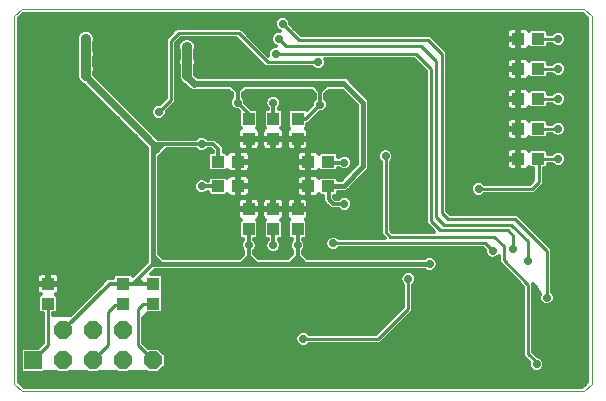
<source format=gbl>
G75*
%MOIN*%
%OFA0B0*%
%FSLAX25Y25*%
%IPPOS*%
%LPD*%
%AMOC8*
5,1,8,0,0,1.08239X$1,22.5*
%
%ADD10C,0.00000*%
%ADD11R,0.04331X0.03937*%
%ADD12R,0.03937X0.04331*%
%ADD13C,0.01200*%
%ADD14C,0.03562*%
%ADD15C,0.02775*%
%ADD16OC8,0.05906*%
%ADD17C,0.03200*%
%ADD18C,0.02400*%
%ADD19C,0.02000*%
%ADD20C,0.01600*%
%ADD21C,0.01400*%
%ADD22C,0.01000*%
%ADD23R,0.05906X0.05906*%
D10*
X0007850Y0004100D02*
X0005350Y0006600D01*
X0005350Y0129100D01*
X0007850Y0131600D01*
X0195350Y0131600D01*
X0197850Y0129100D01*
X0197850Y0006600D01*
X0195350Y0004100D01*
X0007850Y0004100D01*
D11*
X0016600Y0033254D03*
X0016600Y0039946D03*
X0041600Y0039946D03*
X0041600Y0033254D03*
X0051600Y0033254D03*
X0051600Y0039946D03*
X0073254Y0072538D03*
X0079946Y0072538D03*
X0079946Y0080663D03*
X0073254Y0080663D03*
X0103254Y0080663D03*
X0109946Y0080663D03*
X0109946Y0072538D03*
X0103254Y0072538D03*
X0173254Y0081600D03*
X0179946Y0081600D03*
X0179946Y0091600D03*
X0173254Y0091600D03*
X0173254Y0101600D03*
X0179946Y0101600D03*
X0179946Y0111600D03*
X0173254Y0111600D03*
X0173254Y0121600D03*
X0179946Y0121600D03*
D12*
X0099725Y0094946D03*
X0091600Y0094946D03*
X0083475Y0094946D03*
X0083475Y0088254D03*
X0091600Y0088254D03*
X0099725Y0088254D03*
X0099725Y0064946D03*
X0099725Y0058254D03*
X0091600Y0058254D03*
X0091600Y0064946D03*
X0083475Y0064946D03*
X0083475Y0058254D03*
D13*
X0083475Y0052850D01*
X0083475Y0047225D01*
X0082850Y0046600D01*
X0081518Y0047143D02*
X0085432Y0047143D01*
X0085975Y0046600D02*
X0083475Y0049100D01*
X0080975Y0046600D01*
X0085975Y0046600D01*
X0084233Y0048342D02*
X0082717Y0048342D01*
X0081370Y0049540D02*
X0053988Y0049540D01*
X0053678Y0049850D02*
X0053600Y0049928D01*
X0053600Y0082304D01*
X0056096Y0084800D01*
X0065991Y0084800D01*
X0066384Y0084407D01*
X0067335Y0084013D01*
X0068365Y0084013D01*
X0069316Y0084407D01*
X0069709Y0084800D01*
X0070854Y0084800D01*
X0071454Y0084201D01*
X0071454Y0083831D01*
X0070591Y0083831D01*
X0069888Y0083128D01*
X0069888Y0078197D01*
X0070591Y0077494D01*
X0075916Y0077494D01*
X0076366Y0077944D01*
X0076501Y0077712D01*
X0076799Y0077414D01*
X0077164Y0077203D01*
X0077570Y0077094D01*
X0079562Y0077094D01*
X0079562Y0080278D01*
X0080331Y0080278D01*
X0080331Y0081047D01*
X0083712Y0081047D01*
X0083712Y0082842D01*
X0083603Y0083249D01*
X0083392Y0083613D01*
X0083094Y0083911D01*
X0082729Y0084122D01*
X0082322Y0084231D01*
X0080331Y0084231D01*
X0080331Y0081047D01*
X0079562Y0081047D01*
X0079562Y0084231D01*
X0077570Y0084231D01*
X0077164Y0084122D01*
X0076799Y0083911D01*
X0076501Y0083613D01*
X0076366Y0083381D01*
X0075916Y0083831D01*
X0075054Y0083831D01*
X0075054Y0085692D01*
X0073999Y0086746D01*
X0073400Y0087346D01*
X0072346Y0088400D01*
X0069709Y0088400D01*
X0069316Y0088793D01*
X0068365Y0089187D01*
X0067335Y0089187D01*
X0066384Y0088793D01*
X0065991Y0088400D01*
X0053194Y0088400D01*
X0031900Y0109694D01*
X0031900Y0110570D01*
X0032081Y0111007D01*
X0032081Y0112193D01*
X0031900Y0112630D01*
X0031900Y0115570D01*
X0032081Y0116007D01*
X0032081Y0117193D01*
X0031900Y0117630D01*
X0031900Y0120570D01*
X0032081Y0121007D01*
X0032081Y0122193D01*
X0031627Y0123289D01*
X0030789Y0124127D01*
X0029693Y0124581D01*
X0028507Y0124581D01*
X0027411Y0124127D01*
X0026573Y0123289D01*
X0026119Y0122193D01*
X0026119Y0121007D01*
X0026300Y0120570D01*
X0026300Y0117630D01*
X0026119Y0117193D01*
X0026119Y0116007D01*
X0026300Y0115570D01*
X0026300Y0112630D01*
X0026119Y0112193D01*
X0026119Y0111007D01*
X0026300Y0110570D01*
X0026300Y0108543D01*
X0026726Y0107514D01*
X0027514Y0106726D01*
X0028480Y0106326D01*
X0049600Y0085206D01*
X0049600Y0047287D01*
X0044845Y0042532D01*
X0044262Y0043115D01*
X0038938Y0043115D01*
X0038235Y0042412D01*
X0038235Y0041846D01*
X0036347Y0041846D01*
X0024075Y0029575D01*
X0018300Y0029575D01*
X0018300Y0030085D01*
X0019262Y0030085D01*
X0019965Y0030788D01*
X0019965Y0035719D01*
X0019262Y0036422D01*
X0019140Y0036422D01*
X0019383Y0036487D01*
X0019748Y0036698D01*
X0020046Y0036996D01*
X0020256Y0037360D01*
X0020365Y0037767D01*
X0020365Y0039562D01*
X0016984Y0039562D01*
X0016984Y0040331D01*
X0016216Y0040331D01*
X0016216Y0043515D01*
X0014224Y0043515D01*
X0013817Y0043406D01*
X0013452Y0043195D01*
X0013154Y0042897D01*
X0012944Y0042533D01*
X0012835Y0042126D01*
X0012835Y0040331D01*
X0016216Y0040331D01*
X0016216Y0039562D01*
X0012835Y0039562D01*
X0012835Y0037767D01*
X0012944Y0037360D01*
X0013154Y0036996D01*
X0013452Y0036698D01*
X0013817Y0036487D01*
X0014060Y0036422D01*
X0013938Y0036422D01*
X0013235Y0035719D01*
X0013235Y0030788D01*
X0013938Y0030085D01*
X0014900Y0030085D01*
X0014900Y0020117D01*
X0013349Y0018565D01*
X0008150Y0018565D01*
X0007447Y0017862D01*
X0007447Y0010963D01*
X0008150Y0010260D01*
X0015050Y0010260D01*
X0015290Y0010500D01*
X0019640Y0010500D01*
X0019880Y0010260D01*
X0023320Y0010260D01*
X0023560Y0010500D01*
X0029640Y0010500D01*
X0029880Y0010260D01*
X0033320Y0010260D01*
X0033560Y0010500D01*
X0039640Y0010500D01*
X0039880Y0010260D01*
X0043320Y0010260D01*
X0043560Y0010500D01*
X0049640Y0010500D01*
X0049880Y0010260D01*
X0053320Y0010260D01*
X0055753Y0012692D01*
X0055753Y0016133D01*
X0053320Y0018565D01*
X0049880Y0018565D01*
X0049866Y0018551D01*
X0048300Y0020117D01*
X0048300Y0028619D01*
X0049766Y0030085D01*
X0054262Y0030085D01*
X0054965Y0030788D01*
X0054965Y0035719D01*
X0054887Y0035797D01*
X0054887Y0037403D01*
X0054965Y0037481D01*
X0054965Y0042412D01*
X0054262Y0043115D01*
X0050802Y0043115D01*
X0052287Y0044600D01*
X0142128Y0044600D01*
X0142322Y0044407D01*
X0143273Y0044013D01*
X0144302Y0044013D01*
X0145253Y0044407D01*
X0145981Y0045134D01*
X0146375Y0046085D01*
X0146375Y0047115D01*
X0145981Y0048066D01*
X0145253Y0048793D01*
X0144302Y0049187D01*
X0143273Y0049187D01*
X0142322Y0048793D01*
X0142128Y0048600D01*
X0102771Y0048600D01*
X0101525Y0049846D01*
X0101525Y0050991D01*
X0101918Y0051384D01*
X0102312Y0052335D01*
X0102312Y0053365D01*
X0101918Y0054316D01*
X0101525Y0054709D01*
X0101525Y0054888D01*
X0102191Y0054888D01*
X0102893Y0055591D01*
X0102893Y0060916D01*
X0102443Y0061366D01*
X0102676Y0061501D01*
X0102974Y0061799D01*
X0103184Y0062164D01*
X0103293Y0062570D01*
X0103293Y0064562D01*
X0100109Y0064562D01*
X0100109Y0065331D01*
X0099341Y0065331D01*
X0099341Y0068712D01*
X0097546Y0068712D01*
X0097139Y0068603D01*
X0096774Y0068392D01*
X0096476Y0068094D01*
X0096266Y0067729D01*
X0096156Y0067322D01*
X0096156Y0065331D01*
X0099341Y0065331D01*
X0099341Y0064562D01*
X0096156Y0064562D01*
X0096156Y0062570D01*
X0096266Y0062164D01*
X0096476Y0061799D01*
X0096774Y0061501D01*
X0097007Y0061366D01*
X0096556Y0060916D01*
X0096556Y0055591D01*
X0097259Y0054888D01*
X0097925Y0054888D01*
X0097925Y0054709D01*
X0097532Y0054316D01*
X0097138Y0053365D01*
X0097138Y0052335D01*
X0097532Y0051384D01*
X0097925Y0050991D01*
X0097925Y0049846D01*
X0096679Y0048600D01*
X0086521Y0048600D01*
X0085275Y0049846D01*
X0085275Y0050991D01*
X0085668Y0051384D01*
X0086062Y0052335D01*
X0086062Y0053365D01*
X0085668Y0054316D01*
X0085275Y0054709D01*
X0085275Y0054888D01*
X0085941Y0054888D01*
X0086643Y0055591D01*
X0086643Y0060916D01*
X0086193Y0061366D01*
X0086426Y0061501D01*
X0086724Y0061799D01*
X0086934Y0062164D01*
X0087043Y0062570D01*
X0087043Y0064562D01*
X0083859Y0064562D01*
X0083859Y0065331D01*
X0083091Y0065331D01*
X0083091Y0068712D01*
X0081296Y0068712D01*
X0080889Y0068603D01*
X0080524Y0068392D01*
X0080226Y0068094D01*
X0080016Y0067729D01*
X0079906Y0067322D01*
X0079906Y0065331D01*
X0083091Y0065331D01*
X0083091Y0064562D01*
X0079906Y0064562D01*
X0079906Y0062570D01*
X0080016Y0062164D01*
X0080226Y0061799D01*
X0080524Y0061501D01*
X0080757Y0061366D01*
X0080306Y0060916D01*
X0080306Y0055591D01*
X0081009Y0054888D01*
X0081675Y0054888D01*
X0081675Y0054709D01*
X0081282Y0054316D01*
X0080888Y0053365D01*
X0080888Y0052335D01*
X0081282Y0051384D01*
X0081675Y0050991D01*
X0081675Y0049846D01*
X0080429Y0048600D01*
X0054928Y0048600D01*
X0053678Y0049850D01*
X0053600Y0050739D02*
X0081675Y0050739D01*
X0081052Y0051937D02*
X0053600Y0051937D01*
X0053600Y0053136D02*
X0080888Y0053136D01*
X0081300Y0054334D02*
X0053600Y0054334D01*
X0053600Y0055533D02*
X0080365Y0055533D01*
X0080306Y0056732D02*
X0053600Y0056732D01*
X0053600Y0057930D02*
X0080306Y0057930D01*
X0080306Y0059129D02*
X0053600Y0059129D01*
X0053600Y0060327D02*
X0080306Y0060327D01*
X0080499Y0061526D02*
X0053600Y0061526D01*
X0053600Y0062724D02*
X0079906Y0062724D01*
X0079906Y0063923D02*
X0053600Y0063923D01*
X0053600Y0065121D02*
X0083091Y0065121D01*
X0083859Y0065121D02*
X0091216Y0065121D01*
X0091216Y0065331D02*
X0091216Y0064562D01*
X0088031Y0064562D01*
X0088031Y0062570D01*
X0088141Y0062164D01*
X0088351Y0061799D01*
X0088649Y0061501D01*
X0088882Y0061366D01*
X0088431Y0060916D01*
X0088431Y0055591D01*
X0089134Y0054888D01*
X0089800Y0054888D01*
X0089800Y0054709D01*
X0089407Y0054316D01*
X0089013Y0053365D01*
X0089013Y0052335D01*
X0089407Y0051384D01*
X0090134Y0050657D01*
X0091085Y0050263D01*
X0092115Y0050263D01*
X0093066Y0050657D01*
X0093793Y0051384D01*
X0094187Y0052335D01*
X0094187Y0053365D01*
X0093793Y0054316D01*
X0093400Y0054709D01*
X0093400Y0054888D01*
X0094066Y0054888D01*
X0094768Y0055591D01*
X0094768Y0060916D01*
X0094318Y0061366D01*
X0094551Y0061501D01*
X0094849Y0061799D01*
X0095059Y0062164D01*
X0095168Y0062570D01*
X0095168Y0064562D01*
X0091984Y0064562D01*
X0091984Y0065331D01*
X0091216Y0065331D01*
X0091216Y0068712D01*
X0089421Y0068712D01*
X0089014Y0068603D01*
X0088649Y0068392D01*
X0088351Y0068094D01*
X0088141Y0067729D01*
X0088031Y0067322D01*
X0088031Y0065331D01*
X0091216Y0065331D01*
X0091984Y0065331D02*
X0091984Y0068712D01*
X0093779Y0068712D01*
X0094186Y0068603D01*
X0094551Y0068392D01*
X0094849Y0068094D01*
X0095059Y0067729D01*
X0095168Y0067322D01*
X0095168Y0065331D01*
X0091984Y0065331D01*
X0091984Y0065121D02*
X0099341Y0065121D01*
X0100109Y0065121D02*
X0110533Y0065121D01*
X0110854Y0064800D02*
X0109292Y0066363D01*
X0108237Y0067417D01*
X0108237Y0069369D01*
X0107284Y0069369D01*
X0106834Y0069819D01*
X0106699Y0069587D01*
X0106401Y0069289D01*
X0106036Y0069078D01*
X0105630Y0068969D01*
X0103638Y0068969D01*
X0103638Y0072153D01*
X0102869Y0072153D01*
X0099488Y0072153D01*
X0099488Y0070358D01*
X0099597Y0069951D01*
X0099808Y0069587D01*
X0100106Y0069289D01*
X0100471Y0069078D01*
X0100878Y0068969D01*
X0102869Y0068969D01*
X0102869Y0072153D01*
X0102869Y0072922D01*
X0099488Y0072922D01*
X0099488Y0074717D01*
X0099597Y0075124D01*
X0099808Y0075488D01*
X0100106Y0075786D01*
X0100471Y0075997D01*
X0100878Y0076106D01*
X0102869Y0076106D01*
X0102869Y0072922D01*
X0103638Y0072922D01*
X0103638Y0076106D01*
X0105630Y0076106D01*
X0106036Y0075997D01*
X0106401Y0075786D01*
X0106699Y0075488D01*
X0106834Y0075256D01*
X0107284Y0075706D01*
X0112609Y0075706D01*
X0113312Y0075003D01*
X0113312Y0074537D01*
X0114209Y0074537D01*
X0119600Y0079928D01*
X0119600Y0099522D01*
X0114722Y0104400D01*
X0110071Y0104400D01*
X0109025Y0103354D01*
X0109025Y0101584D01*
X0109418Y0101191D01*
X0109812Y0100240D01*
X0109812Y0099210D01*
X0109418Y0098259D01*
X0108691Y0097532D01*
X0107740Y0097138D01*
X0107183Y0097138D01*
X0103192Y0093146D01*
X0102893Y0093146D01*
X0102893Y0092284D01*
X0102443Y0091834D01*
X0102676Y0091699D01*
X0102974Y0091401D01*
X0103184Y0091036D01*
X0103293Y0090630D01*
X0103293Y0088638D01*
X0100109Y0088638D01*
X0100109Y0087869D01*
X0100109Y0084488D01*
X0101904Y0084488D01*
X0102311Y0084597D01*
X0102676Y0084808D01*
X0102974Y0085106D01*
X0103184Y0085471D01*
X0103293Y0085878D01*
X0103293Y0087869D01*
X0100109Y0087869D01*
X0099341Y0087869D01*
X0099341Y0084488D01*
X0097546Y0084488D01*
X0097139Y0084597D01*
X0096774Y0084808D01*
X0096476Y0085106D01*
X0096266Y0085471D01*
X0096156Y0085878D01*
X0096156Y0087869D01*
X0099341Y0087869D01*
X0099341Y0088638D01*
X0096156Y0088638D01*
X0096156Y0090630D01*
X0096266Y0091036D01*
X0096476Y0091401D01*
X0096774Y0091699D01*
X0097007Y0091834D01*
X0096556Y0092284D01*
X0096556Y0097609D01*
X0097259Y0098312D01*
X0102191Y0098312D01*
X0102728Y0097774D01*
X0104638Y0099683D01*
X0104638Y0100240D01*
X0105032Y0101191D01*
X0105425Y0101584D01*
X0105425Y0103354D01*
X0104379Y0104400D01*
X0082571Y0104400D01*
X0081525Y0103354D01*
X0081525Y0102209D01*
X0081918Y0101816D01*
X0082312Y0100865D01*
X0082312Y0100308D01*
X0084309Y0098312D01*
X0085941Y0098312D01*
X0086643Y0097609D01*
X0086643Y0092284D01*
X0086193Y0091834D01*
X0086426Y0091699D01*
X0086724Y0091401D01*
X0086934Y0091036D01*
X0087043Y0090630D01*
X0087043Y0088638D01*
X0083859Y0088638D01*
X0083859Y0087869D01*
X0083859Y0084488D01*
X0085654Y0084488D01*
X0086061Y0084597D01*
X0086426Y0084808D01*
X0086724Y0085106D01*
X0086934Y0085471D01*
X0087043Y0085878D01*
X0087043Y0087869D01*
X0083859Y0087869D01*
X0083091Y0087869D01*
X0083091Y0084488D01*
X0081296Y0084488D01*
X0080889Y0084597D01*
X0080524Y0084808D01*
X0080226Y0085106D01*
X0080016Y0085471D01*
X0079906Y0085878D01*
X0079906Y0087869D01*
X0083091Y0087869D01*
X0083091Y0088638D01*
X0079906Y0088638D01*
X0079906Y0090630D01*
X0080016Y0091036D01*
X0080226Y0091401D01*
X0080524Y0091699D01*
X0080757Y0091834D01*
X0080306Y0092284D01*
X0080306Y0097223D01*
X0079767Y0097763D01*
X0079210Y0097763D01*
X0078259Y0098157D01*
X0077532Y0098884D01*
X0077138Y0099835D01*
X0077138Y0100865D01*
X0077532Y0101816D01*
X0077925Y0102209D01*
X0077925Y0103354D01*
X0076879Y0104400D01*
X0066310Y0104400D01*
X0065827Y0104200D01*
X0064873Y0104200D01*
X0063991Y0104565D01*
X0062230Y0106326D01*
X0061264Y0106726D01*
X0060476Y0107514D01*
X0060050Y0108543D01*
X0060050Y0112757D01*
X0059869Y0113195D01*
X0059869Y0114380D01*
X0060050Y0114818D01*
X0060050Y0117757D01*
X0059869Y0118195D01*
X0059869Y0119380D01*
X0060323Y0120476D01*
X0061161Y0121315D01*
X0062257Y0121769D01*
X0063443Y0121769D01*
X0064539Y0121315D01*
X0065377Y0120476D01*
X0065831Y0119380D01*
X0065831Y0118195D01*
X0065650Y0117757D01*
X0065650Y0114818D01*
X0065831Y0114380D01*
X0065831Y0113195D01*
X0065650Y0112757D01*
X0065650Y0109694D01*
X0066544Y0108800D01*
X0116261Y0108800D01*
X0117550Y0107511D01*
X0117550Y0107228D01*
X0122428Y0102350D01*
X0123600Y0101178D01*
X0123600Y0078272D01*
X0122428Y0077100D01*
X0122428Y0077100D01*
X0117037Y0071709D01*
X0115866Y0070538D01*
X0113312Y0070538D01*
X0113312Y0070072D01*
X0112609Y0069369D01*
X0111837Y0069369D01*
X0111837Y0068908D01*
X0112346Y0068400D01*
X0113491Y0068400D01*
X0113884Y0068793D01*
X0114835Y0069187D01*
X0115865Y0069187D01*
X0116816Y0068793D01*
X0117543Y0068066D01*
X0117937Y0067115D01*
X0117937Y0066085D01*
X0117543Y0065134D01*
X0116816Y0064407D01*
X0115865Y0064013D01*
X0114835Y0064013D01*
X0113884Y0064407D01*
X0113491Y0064800D01*
X0110854Y0064800D01*
X0109335Y0066320D02*
X0103293Y0066320D01*
X0103293Y0065331D02*
X0103293Y0067322D01*
X0103184Y0067729D01*
X0102974Y0068094D01*
X0102676Y0068392D01*
X0102311Y0068603D01*
X0101904Y0068712D01*
X0100109Y0068712D01*
X0100109Y0065331D01*
X0103293Y0065331D01*
X0103293Y0063923D02*
X0127400Y0063923D01*
X0127400Y0065121D02*
X0117530Y0065121D01*
X0117937Y0066320D02*
X0127400Y0066320D01*
X0127400Y0067518D02*
X0117770Y0067518D01*
X0116892Y0068717D02*
X0127400Y0068717D01*
X0127400Y0069915D02*
X0113155Y0069915D01*
X0113808Y0068717D02*
X0112029Y0068717D01*
X0110037Y0068163D02*
X0111600Y0066600D01*
X0115350Y0066600D01*
X0110037Y0068163D02*
X0110037Y0072446D01*
X0109946Y0072538D01*
X0113312Y0074709D02*
X0114381Y0074709D01*
X0115579Y0075908D02*
X0106191Y0075908D01*
X0106036Y0077203D02*
X0105630Y0077094D01*
X0103638Y0077094D01*
X0103638Y0080278D01*
X0102869Y0080278D01*
X0099488Y0080278D01*
X0099488Y0078483D01*
X0099597Y0078076D01*
X0099808Y0077712D01*
X0100106Y0077414D01*
X0100471Y0077203D01*
X0100878Y0077094D01*
X0102869Y0077094D01*
X0102869Y0080278D01*
X0102869Y0081047D01*
X0099488Y0081047D01*
X0099488Y0082842D01*
X0099597Y0083249D01*
X0099808Y0083613D01*
X0100106Y0083911D01*
X0100471Y0084122D01*
X0100878Y0084231D01*
X0102869Y0084231D01*
X0102869Y0081047D01*
X0103638Y0081047D01*
X0103638Y0084231D01*
X0105630Y0084231D01*
X0106036Y0084122D01*
X0106401Y0083911D01*
X0106699Y0083613D01*
X0106834Y0083381D01*
X0107284Y0083831D01*
X0112609Y0083831D01*
X0113312Y0083128D01*
X0113312Y0082150D01*
X0113491Y0082150D01*
X0113884Y0082543D01*
X0114835Y0082937D01*
X0115865Y0082937D01*
X0116816Y0082543D01*
X0117543Y0081816D01*
X0117937Y0080865D01*
X0117937Y0079835D01*
X0117543Y0078884D01*
X0116816Y0078157D01*
X0115865Y0077763D01*
X0114835Y0077763D01*
X0113884Y0078157D01*
X0113491Y0078550D01*
X0113312Y0078550D01*
X0113312Y0078197D01*
X0112609Y0077494D01*
X0107284Y0077494D01*
X0106834Y0077944D01*
X0106699Y0077712D01*
X0106401Y0077414D01*
X0106036Y0077203D01*
X0105675Y0077106D02*
X0116778Y0077106D01*
X0116964Y0078305D02*
X0117976Y0078305D01*
X0117800Y0079503D02*
X0119175Y0079503D01*
X0119600Y0080702D02*
X0117937Y0080702D01*
X0117459Y0081900D02*
X0119600Y0081900D01*
X0119600Y0083099D02*
X0113312Y0083099D01*
X0115350Y0080350D02*
X0110259Y0080350D01*
X0109946Y0080663D01*
X0113312Y0078305D02*
X0113736Y0078305D01*
X0118839Y0073511D02*
X0127400Y0073511D01*
X0127400Y0074709D02*
X0120038Y0074709D01*
X0121236Y0075908D02*
X0127400Y0075908D01*
X0127400Y0077106D02*
X0122435Y0077106D01*
X0123600Y0078305D02*
X0127400Y0078305D01*
X0127400Y0079503D02*
X0123600Y0079503D01*
X0123600Y0080702D02*
X0127245Y0080702D01*
X0127400Y0080546D02*
X0127400Y0056521D01*
X0128396Y0055525D01*
X0128746Y0055175D01*
X0113559Y0055175D01*
X0113066Y0055668D01*
X0112115Y0056062D01*
X0111085Y0056062D01*
X0110134Y0055668D01*
X0109407Y0054941D01*
X0109013Y0053990D01*
X0109013Y0052960D01*
X0109407Y0052009D01*
X0110134Y0051282D01*
X0111085Y0050888D01*
X0112115Y0050888D01*
X0113066Y0051282D01*
X0113559Y0051775D01*
X0161521Y0051775D01*
X0162138Y0051158D01*
X0162138Y0050460D01*
X0162532Y0049509D01*
X0163259Y0048782D01*
X0164210Y0048388D01*
X0165240Y0048388D01*
X0166191Y0048782D01*
X0166775Y0049366D01*
X0166775Y0047146D01*
X0167771Y0046150D01*
X0174900Y0039021D01*
X0174900Y0015896D01*
X0175896Y0014900D01*
X0176911Y0013885D01*
X0176825Y0013677D01*
X0176825Y0012648D01*
X0177219Y0011697D01*
X0177947Y0010969D01*
X0178898Y0010575D01*
X0179927Y0010575D01*
X0180878Y0010969D01*
X0181606Y0011697D01*
X0182000Y0012648D01*
X0182000Y0013677D01*
X0181606Y0014628D01*
X0180878Y0015356D01*
X0179927Y0015750D01*
X0179854Y0015750D01*
X0178300Y0017304D01*
X0178300Y0039990D01*
X0180597Y0036672D01*
X0180263Y0035865D01*
X0180263Y0034835D01*
X0180657Y0033884D01*
X0181384Y0033157D01*
X0182335Y0032763D01*
X0183365Y0032763D01*
X0184316Y0033157D01*
X0185043Y0033884D01*
X0185437Y0034835D01*
X0185437Y0035865D01*
X0185043Y0036816D01*
X0184550Y0037309D01*
X0184550Y0051679D01*
X0173925Y0062304D01*
X0172929Y0063300D01*
X0150429Y0063300D01*
X0149550Y0064179D01*
X0149550Y0117304D01*
X0148554Y0118300D01*
X0144862Y0121992D01*
X0143867Y0122987D01*
X0100742Y0122987D01*
X0097312Y0126417D01*
X0097312Y0127115D01*
X0096918Y0128066D01*
X0096191Y0128793D01*
X0095240Y0129187D01*
X0094210Y0129187D01*
X0093259Y0128793D01*
X0092532Y0128066D01*
X0092138Y0127115D01*
X0092138Y0126085D01*
X0092532Y0125134D01*
X0093259Y0124407D01*
X0093788Y0124187D01*
X0092960Y0124187D01*
X0092009Y0123793D01*
X0091282Y0123066D01*
X0090888Y0122115D01*
X0090888Y0121085D01*
X0091282Y0120134D01*
X0092009Y0119407D01*
X0092538Y0119187D01*
X0092023Y0119187D01*
X0091072Y0118793D01*
X0090344Y0118066D01*
X0089950Y0117115D01*
X0089950Y0116085D01*
X0090034Y0115883D01*
X0081737Y0124179D01*
X0080742Y0125175D01*
X0059333Y0125175D01*
X0058337Y0124179D01*
X0056833Y0122675D01*
X0055837Y0121679D01*
X0055837Y0101992D01*
X0053658Y0099812D01*
X0052960Y0099812D01*
X0052009Y0099418D01*
X0051282Y0098691D01*
X0050888Y0097740D01*
X0050888Y0096710D01*
X0051282Y0095759D01*
X0052009Y0095032D01*
X0052960Y0094638D01*
X0053990Y0094638D01*
X0054941Y0095032D01*
X0055668Y0095759D01*
X0056062Y0096710D01*
X0056062Y0097408D01*
X0058242Y0099587D01*
X0059237Y0100583D01*
X0059237Y0120271D01*
X0060742Y0121775D01*
X0079333Y0121775D01*
X0089021Y0112087D01*
X0104641Y0112087D01*
X0105134Y0111594D01*
X0106085Y0111200D01*
X0107115Y0111200D01*
X0108066Y0111594D01*
X0108793Y0112322D01*
X0109187Y0113273D01*
X0109187Y0114302D01*
X0108940Y0114900D01*
X0138396Y0114900D01*
X0142400Y0110896D01*
X0142400Y0060271D01*
X0145308Y0057362D01*
X0131367Y0057362D01*
X0130800Y0057929D01*
X0130800Y0080546D01*
X0131293Y0081040D01*
X0131687Y0081991D01*
X0131687Y0083020D01*
X0131293Y0083971D01*
X0130566Y0084699D01*
X0129615Y0085093D01*
X0128585Y0085093D01*
X0127634Y0084699D01*
X0126907Y0083971D01*
X0126513Y0083020D01*
X0126513Y0081991D01*
X0126907Y0081040D01*
X0127400Y0080546D01*
X0126550Y0081900D02*
X0123600Y0081900D01*
X0123600Y0083099D02*
X0126545Y0083099D01*
X0127233Y0084297D02*
X0123600Y0084297D01*
X0123600Y0085496D02*
X0142400Y0085496D01*
X0142400Y0086694D02*
X0123600Y0086694D01*
X0123600Y0087893D02*
X0142400Y0087893D01*
X0142400Y0089091D02*
X0123600Y0089091D01*
X0123600Y0090290D02*
X0142400Y0090290D01*
X0142400Y0091488D02*
X0123600Y0091488D01*
X0123600Y0092687D02*
X0142400Y0092687D01*
X0142400Y0093885D02*
X0123600Y0093885D01*
X0123600Y0095084D02*
X0142400Y0095084D01*
X0142400Y0096282D02*
X0123600Y0096282D01*
X0123600Y0097481D02*
X0142400Y0097481D01*
X0142400Y0098679D02*
X0123600Y0098679D01*
X0123600Y0099878D02*
X0142400Y0099878D01*
X0142400Y0101076D02*
X0123600Y0101076D01*
X0122503Y0102275D02*
X0142400Y0102275D01*
X0142400Y0103473D02*
X0121305Y0103473D01*
X0120106Y0104672D02*
X0142400Y0104672D01*
X0142400Y0105870D02*
X0118908Y0105870D01*
X0117709Y0107069D02*
X0142400Y0107069D01*
X0142400Y0108268D02*
X0116794Y0108268D01*
X0115648Y0103473D02*
X0109144Y0103473D01*
X0109025Y0102275D02*
X0116847Y0102275D01*
X0118045Y0101076D02*
X0109466Y0101076D01*
X0109812Y0099878D02*
X0119244Y0099878D01*
X0119600Y0098679D02*
X0109592Y0098679D01*
X0108568Y0097481D02*
X0119600Y0097481D01*
X0119600Y0096282D02*
X0106328Y0096282D01*
X0105129Y0095084D02*
X0119600Y0095084D01*
X0119600Y0093885D02*
X0103931Y0093885D01*
X0102893Y0092687D02*
X0119600Y0092687D01*
X0119600Y0091488D02*
X0102887Y0091488D01*
X0103293Y0090290D02*
X0119600Y0090290D01*
X0119600Y0089091D02*
X0103293Y0089091D01*
X0100109Y0087893D02*
X0119600Y0087893D01*
X0119600Y0086694D02*
X0103293Y0086694D01*
X0103191Y0085496D02*
X0119600Y0085496D01*
X0119600Y0084297D02*
X0075054Y0084297D01*
X0075054Y0085496D02*
X0080009Y0085496D01*
X0079906Y0086694D02*
X0074051Y0086694D01*
X0073999Y0086746D02*
X0073999Y0086746D01*
X0073400Y0087346D02*
X0073400Y0087346D01*
X0072853Y0087893D02*
X0083091Y0087893D01*
X0083859Y0087893D02*
X0091216Y0087893D01*
X0091216Y0087869D02*
X0088031Y0087869D01*
X0088031Y0085878D01*
X0088141Y0085471D01*
X0088351Y0085106D01*
X0088649Y0084808D01*
X0089014Y0084597D01*
X0089421Y0084488D01*
X0091216Y0084488D01*
X0091216Y0087869D01*
X0091984Y0087869D01*
X0091984Y0084488D01*
X0093779Y0084488D01*
X0094186Y0084597D01*
X0094551Y0084808D01*
X0094849Y0085106D01*
X0095059Y0085471D01*
X0095168Y0085878D01*
X0095168Y0087869D01*
X0091984Y0087869D01*
X0091984Y0088638D01*
X0095168Y0088638D01*
X0095168Y0090630D01*
X0095059Y0091036D01*
X0094849Y0091401D01*
X0094551Y0091699D01*
X0094318Y0091834D01*
X0094768Y0092284D01*
X0094768Y0097609D01*
X0094066Y0098312D01*
X0093400Y0098312D01*
X0093400Y0098491D01*
X0093793Y0098884D01*
X0094187Y0099835D01*
X0094187Y0100865D01*
X0093793Y0101816D01*
X0093066Y0102543D01*
X0092115Y0102937D01*
X0091085Y0102937D01*
X0090134Y0102543D01*
X0089407Y0101816D01*
X0089013Y0100865D01*
X0089013Y0099835D01*
X0089407Y0098884D01*
X0089800Y0098491D01*
X0089800Y0098312D01*
X0089134Y0098312D01*
X0088431Y0097609D01*
X0088431Y0092284D01*
X0088882Y0091834D01*
X0088649Y0091699D01*
X0088351Y0091401D01*
X0088141Y0091036D01*
X0088031Y0090630D01*
X0088031Y0088638D01*
X0091216Y0088638D01*
X0091216Y0087869D01*
X0091984Y0087893D02*
X0099341Y0087893D01*
X0099341Y0086694D02*
X0100109Y0086694D01*
X0100109Y0085496D02*
X0099341Y0085496D01*
X0099557Y0083099D02*
X0083643Y0083099D01*
X0083712Y0081900D02*
X0099488Y0081900D01*
X0099488Y0079503D02*
X0083712Y0079503D01*
X0083712Y0080278D02*
X0083712Y0078483D01*
X0083603Y0078076D01*
X0083392Y0077712D01*
X0083094Y0077414D01*
X0082729Y0077203D01*
X0082322Y0077094D01*
X0080331Y0077094D01*
X0080331Y0080278D01*
X0083712Y0080278D01*
X0083664Y0078305D02*
X0099536Y0078305D01*
X0100832Y0077106D02*
X0082368Y0077106D01*
X0082322Y0076106D02*
X0080331Y0076106D01*
X0080331Y0072922D01*
X0083712Y0072922D01*
X0083712Y0074717D01*
X0083603Y0075124D01*
X0083392Y0075488D01*
X0083094Y0075786D01*
X0082729Y0075997D01*
X0082322Y0076106D01*
X0082884Y0075908D02*
X0100316Y0075908D01*
X0099488Y0074709D02*
X0083712Y0074709D01*
X0083712Y0073511D02*
X0099488Y0073511D01*
X0099488Y0071114D02*
X0083712Y0071114D01*
X0083712Y0070358D02*
X0083712Y0072153D01*
X0080331Y0072153D01*
X0080331Y0072922D01*
X0079562Y0072922D01*
X0079562Y0076106D01*
X0077570Y0076106D01*
X0077164Y0075997D01*
X0076799Y0075786D01*
X0076501Y0075488D01*
X0076366Y0075256D01*
X0075916Y0075706D01*
X0070591Y0075706D01*
X0069888Y0075003D01*
X0069888Y0074337D01*
X0069709Y0074337D01*
X0069316Y0074731D01*
X0068365Y0075125D01*
X0067335Y0075125D01*
X0066384Y0074731D01*
X0065657Y0074003D01*
X0065263Y0073052D01*
X0065263Y0072023D01*
X0065657Y0071072D01*
X0066384Y0070344D01*
X0067335Y0069950D01*
X0068365Y0069950D01*
X0069316Y0070344D01*
X0069709Y0070738D01*
X0069888Y0070738D01*
X0069888Y0070072D01*
X0070591Y0069369D01*
X0075916Y0069369D01*
X0076366Y0069819D01*
X0076501Y0069587D01*
X0076799Y0069289D01*
X0077164Y0069078D01*
X0077570Y0068969D01*
X0079562Y0068969D01*
X0079562Y0072153D01*
X0080331Y0072153D01*
X0080331Y0068969D01*
X0082322Y0068969D01*
X0082729Y0069078D01*
X0083094Y0069289D01*
X0083392Y0069587D01*
X0083603Y0069951D01*
X0083712Y0070358D01*
X0083582Y0069915D02*
X0099618Y0069915D01*
X0102869Y0069915D02*
X0103638Y0069915D01*
X0103638Y0071114D02*
X0102869Y0071114D01*
X0102869Y0072312D02*
X0080331Y0072312D01*
X0080331Y0071114D02*
X0079562Y0071114D01*
X0079562Y0069915D02*
X0080331Y0069915D01*
X0079959Y0067518D02*
X0053600Y0067518D01*
X0053600Y0066320D02*
X0079906Y0066320D01*
X0083091Y0066320D02*
X0083859Y0066320D01*
X0083859Y0065331D02*
X0083859Y0068712D01*
X0085654Y0068712D01*
X0086061Y0068603D01*
X0086426Y0068392D01*
X0086724Y0068094D01*
X0086934Y0067729D01*
X0087043Y0067322D01*
X0087043Y0065331D01*
X0083859Y0065331D01*
X0083859Y0067518D02*
X0083091Y0067518D01*
X0086991Y0067518D02*
X0088084Y0067518D01*
X0088031Y0066320D02*
X0087043Y0066320D01*
X0087043Y0063923D02*
X0088031Y0063923D01*
X0088031Y0062724D02*
X0087043Y0062724D01*
X0086451Y0061526D02*
X0088624Y0061526D01*
X0088431Y0060327D02*
X0086643Y0060327D01*
X0086643Y0059129D02*
X0088431Y0059129D01*
X0088431Y0057930D02*
X0086643Y0057930D01*
X0086643Y0056732D02*
X0088431Y0056732D01*
X0088490Y0055533D02*
X0086585Y0055533D01*
X0085650Y0054334D02*
X0089425Y0054334D01*
X0089013Y0053136D02*
X0086062Y0053136D01*
X0085898Y0051937D02*
X0089177Y0051937D01*
X0090052Y0050739D02*
X0085275Y0050739D01*
X0085580Y0049540D02*
X0097620Y0049540D01*
X0097925Y0050739D02*
X0093148Y0050739D01*
X0094023Y0051937D02*
X0097302Y0051937D01*
X0097138Y0053136D02*
X0094187Y0053136D01*
X0093775Y0054334D02*
X0097550Y0054334D01*
X0096615Y0055533D02*
X0094710Y0055533D01*
X0094768Y0056732D02*
X0096556Y0056732D01*
X0096556Y0057930D02*
X0094768Y0057930D01*
X0094768Y0059129D02*
X0096556Y0059129D01*
X0096556Y0060327D02*
X0094768Y0060327D01*
X0094576Y0061526D02*
X0096749Y0061526D01*
X0096156Y0062724D02*
X0095168Y0062724D01*
X0095168Y0063923D02*
X0096156Y0063923D01*
X0096156Y0066320D02*
X0095168Y0066320D01*
X0095116Y0067518D02*
X0096209Y0067518D01*
X0099341Y0067518D02*
X0100109Y0067518D01*
X0100109Y0066320D02*
X0099341Y0066320D01*
X0103241Y0067518D02*
X0108237Y0067518D01*
X0108237Y0068717D02*
X0053600Y0068717D01*
X0053600Y0069915D02*
X0070045Y0069915D01*
X0067850Y0072538D02*
X0073254Y0072538D01*
X0069888Y0074709D02*
X0069337Y0074709D01*
X0066363Y0074709D02*
X0053600Y0074709D01*
X0053600Y0073511D02*
X0065453Y0073511D01*
X0065263Y0072312D02*
X0053600Y0072312D01*
X0053600Y0071114D02*
X0065639Y0071114D01*
X0069888Y0078305D02*
X0053600Y0078305D01*
X0053600Y0079503D02*
X0069888Y0079503D01*
X0069888Y0080702D02*
X0053600Y0080702D01*
X0053600Y0081900D02*
X0069888Y0081900D01*
X0069888Y0083099D02*
X0054394Y0083099D01*
X0055593Y0084297D02*
X0066648Y0084297D01*
X0069052Y0084297D02*
X0071357Y0084297D01*
X0073254Y0084946D02*
X0071600Y0086600D01*
X0067850Y0086600D01*
X0051600Y0086600D01*
X0055350Y0086600D01*
X0051600Y0082850D01*
X0051600Y0086600D01*
X0051600Y0085496D02*
X0054246Y0085496D01*
X0053047Y0084297D02*
X0051600Y0084297D01*
X0051600Y0083099D02*
X0051849Y0083099D01*
X0049600Y0083099D02*
X0006950Y0083099D01*
X0006950Y0084297D02*
X0049600Y0084297D01*
X0049310Y0085496D02*
X0006950Y0085496D01*
X0006950Y0086694D02*
X0048112Y0086694D01*
X0046913Y0087893D02*
X0006950Y0087893D01*
X0006950Y0089091D02*
X0045715Y0089091D01*
X0044516Y0090290D02*
X0006950Y0090290D01*
X0006950Y0091488D02*
X0043318Y0091488D01*
X0042119Y0092687D02*
X0006950Y0092687D01*
X0006950Y0093885D02*
X0040921Y0093885D01*
X0039722Y0095084D02*
X0006950Y0095084D01*
X0006950Y0096282D02*
X0038523Y0096282D01*
X0037325Y0097481D02*
X0006950Y0097481D01*
X0006950Y0098679D02*
X0036126Y0098679D01*
X0034928Y0099878D02*
X0006950Y0099878D01*
X0006950Y0101076D02*
X0033729Y0101076D01*
X0032531Y0102275D02*
X0006950Y0102275D01*
X0006950Y0103473D02*
X0031332Y0103473D01*
X0030134Y0104672D02*
X0006950Y0104672D01*
X0006950Y0105870D02*
X0028935Y0105870D01*
X0027171Y0107069D02*
X0006950Y0107069D01*
X0006950Y0108268D02*
X0026414Y0108268D01*
X0026300Y0109466D02*
X0006950Y0109466D01*
X0006950Y0110665D02*
X0026261Y0110665D01*
X0026119Y0111863D02*
X0006950Y0111863D01*
X0006950Y0113062D02*
X0026300Y0113062D01*
X0026300Y0114260D02*
X0006950Y0114260D01*
X0006950Y0115459D02*
X0026300Y0115459D01*
X0026119Y0116657D02*
X0006950Y0116657D01*
X0006950Y0117856D02*
X0026300Y0117856D01*
X0026300Y0119054D02*
X0006950Y0119054D01*
X0006950Y0120253D02*
X0026300Y0120253D01*
X0026119Y0121451D02*
X0006950Y0121451D01*
X0006950Y0122650D02*
X0026308Y0122650D01*
X0027132Y0123848D02*
X0006950Y0123848D01*
X0006950Y0125047D02*
X0059205Y0125047D01*
X0058006Y0123848D02*
X0031068Y0123848D01*
X0031892Y0122650D02*
X0056808Y0122650D01*
X0055837Y0121451D02*
X0032081Y0121451D01*
X0031900Y0120253D02*
X0055837Y0120253D01*
X0055837Y0119054D02*
X0031900Y0119054D01*
X0031900Y0117856D02*
X0055837Y0117856D01*
X0055837Y0116657D02*
X0032081Y0116657D01*
X0031900Y0115459D02*
X0055837Y0115459D01*
X0055837Y0114260D02*
X0031900Y0114260D01*
X0031900Y0113062D02*
X0055837Y0113062D01*
X0055837Y0111863D02*
X0032081Y0111863D01*
X0031939Y0110665D02*
X0055837Y0110665D01*
X0055837Y0109466D02*
X0032128Y0109466D01*
X0033327Y0108268D02*
X0055837Y0108268D01*
X0055837Y0107069D02*
X0034525Y0107069D01*
X0035724Y0105870D02*
X0055837Y0105870D01*
X0055837Y0104672D02*
X0036922Y0104672D01*
X0038121Y0103473D02*
X0055837Y0103473D01*
X0055837Y0102275D02*
X0039319Y0102275D01*
X0040518Y0101076D02*
X0054922Y0101076D01*
X0053724Y0099878D02*
X0041716Y0099878D01*
X0042915Y0098679D02*
X0051277Y0098679D01*
X0050888Y0097481D02*
X0044113Y0097481D01*
X0045312Y0096282D02*
X0051065Y0096282D01*
X0051957Y0095084D02*
X0046510Y0095084D01*
X0047709Y0093885D02*
X0080306Y0093885D01*
X0080306Y0092687D02*
X0048907Y0092687D01*
X0050106Y0091488D02*
X0080313Y0091488D01*
X0079906Y0090290D02*
X0051304Y0090290D01*
X0052503Y0089091D02*
X0067103Y0089091D01*
X0068597Y0089091D02*
X0079906Y0089091D01*
X0083091Y0086694D02*
X0083859Y0086694D01*
X0083859Y0085496D02*
X0083091Y0085496D01*
X0080331Y0083099D02*
X0079562Y0083099D01*
X0079562Y0081900D02*
X0080331Y0081900D01*
X0080331Y0080702D02*
X0102869Y0080702D01*
X0102869Y0081900D02*
X0103638Y0081900D01*
X0103638Y0083099D02*
X0102869Y0083099D01*
X0102869Y0079503D02*
X0103638Y0079503D01*
X0103638Y0078305D02*
X0102869Y0078305D01*
X0102869Y0077106D02*
X0103638Y0077106D01*
X0103638Y0075908D02*
X0102869Y0075908D01*
X0102869Y0074709D02*
X0103638Y0074709D01*
X0103638Y0073511D02*
X0102869Y0073511D01*
X0091984Y0067518D02*
X0091216Y0067518D01*
X0091216Y0066320D02*
X0091984Y0066320D01*
X0091600Y0058254D02*
X0091600Y0052850D01*
X0099725Y0052850D02*
X0099725Y0058254D01*
X0102893Y0057930D02*
X0127400Y0057930D01*
X0127400Y0056732D02*
X0102893Y0056732D01*
X0102835Y0055533D02*
X0109999Y0055533D01*
X0109155Y0054334D02*
X0101900Y0054334D01*
X0102312Y0053136D02*
X0109013Y0053136D01*
X0109478Y0051937D02*
X0102148Y0051937D01*
X0101525Y0050739D02*
X0162138Y0050739D01*
X0162519Y0049540D02*
X0101830Y0049540D01*
X0100483Y0048342D02*
X0098967Y0048342D01*
X0099725Y0049100D02*
X0097225Y0046600D01*
X0102225Y0046600D01*
X0099725Y0049100D01*
X0097768Y0047143D02*
X0101682Y0047143D01*
X0099725Y0046600D02*
X0099725Y0052850D01*
X0102893Y0059129D02*
X0127400Y0059129D01*
X0127400Y0060327D02*
X0102893Y0060327D01*
X0102701Y0061526D02*
X0127400Y0061526D01*
X0127400Y0062724D02*
X0103293Y0062724D01*
X0113201Y0055533D02*
X0128388Y0055533D01*
X0130800Y0057930D02*
X0144741Y0057930D01*
X0143542Y0059129D02*
X0130800Y0059129D01*
X0130800Y0060327D02*
X0142400Y0060327D01*
X0142400Y0061526D02*
X0130800Y0061526D01*
X0130800Y0062724D02*
X0142400Y0062724D01*
X0142400Y0063923D02*
X0130800Y0063923D01*
X0130800Y0065121D02*
X0142400Y0065121D01*
X0142400Y0066320D02*
X0130800Y0066320D01*
X0130800Y0067518D02*
X0142400Y0067518D01*
X0142400Y0068717D02*
X0130800Y0068717D01*
X0130800Y0069915D02*
X0142400Y0069915D01*
X0142400Y0071114D02*
X0130800Y0071114D01*
X0130800Y0072312D02*
X0142400Y0072312D01*
X0142400Y0073511D02*
X0130800Y0073511D01*
X0130800Y0074709D02*
X0142400Y0074709D01*
X0142400Y0075908D02*
X0130800Y0075908D01*
X0130800Y0077106D02*
X0142400Y0077106D01*
X0142400Y0078305D02*
X0130800Y0078305D01*
X0130800Y0079503D02*
X0142400Y0079503D01*
X0142400Y0080702D02*
X0130955Y0080702D01*
X0131650Y0081900D02*
X0142400Y0081900D01*
X0142400Y0083099D02*
X0131655Y0083099D01*
X0130967Y0084297D02*
X0142400Y0084297D01*
X0149550Y0084297D02*
X0169661Y0084297D01*
X0169597Y0084186D02*
X0169488Y0083779D01*
X0169488Y0081984D01*
X0172869Y0081984D01*
X0172869Y0081216D01*
X0169488Y0081216D01*
X0169488Y0079421D01*
X0169597Y0079014D01*
X0169808Y0078649D01*
X0170106Y0078351D01*
X0170471Y0078141D01*
X0170878Y0078031D01*
X0172869Y0078031D01*
X0172869Y0081216D01*
X0173638Y0081216D01*
X0173638Y0078031D01*
X0175630Y0078031D01*
X0176036Y0078141D01*
X0176401Y0078351D01*
X0176699Y0078649D01*
X0176834Y0078882D01*
X0177284Y0078431D01*
X0178337Y0078431D01*
X0178337Y0074492D01*
X0177146Y0073300D01*
X0161997Y0073300D01*
X0161503Y0073793D01*
X0160552Y0074187D01*
X0159523Y0074187D01*
X0158572Y0073793D01*
X0157844Y0073066D01*
X0157450Y0072115D01*
X0157450Y0071085D01*
X0157844Y0070134D01*
X0158572Y0069407D01*
X0159523Y0069013D01*
X0160552Y0069013D01*
X0161503Y0069407D01*
X0161997Y0069900D01*
X0178554Y0069900D01*
X0180742Y0072088D01*
X0181737Y0073083D01*
X0181737Y0078431D01*
X0182609Y0078431D01*
X0183312Y0079134D01*
X0183312Y0079900D01*
X0184641Y0079900D01*
X0185134Y0079407D01*
X0186085Y0079013D01*
X0187115Y0079013D01*
X0188066Y0079407D01*
X0188793Y0080134D01*
X0189187Y0081085D01*
X0189187Y0082115D01*
X0188793Y0083066D01*
X0188066Y0083793D01*
X0187115Y0084187D01*
X0186085Y0084187D01*
X0185134Y0083793D01*
X0184641Y0083300D01*
X0183312Y0083300D01*
X0183312Y0084066D01*
X0182609Y0084768D01*
X0177284Y0084768D01*
X0176834Y0084318D01*
X0176699Y0084551D01*
X0176401Y0084849D01*
X0176036Y0085059D01*
X0175630Y0085168D01*
X0173638Y0085168D01*
X0173638Y0081984D01*
X0172869Y0081984D01*
X0172869Y0085168D01*
X0170878Y0085168D01*
X0170471Y0085059D01*
X0170106Y0084849D01*
X0169808Y0084551D01*
X0169597Y0084186D01*
X0169488Y0083099D02*
X0149550Y0083099D01*
X0149550Y0081900D02*
X0172869Y0081900D01*
X0172869Y0080702D02*
X0173638Y0080702D01*
X0173638Y0079503D02*
X0172869Y0079503D01*
X0172869Y0078305D02*
X0173638Y0078305D01*
X0176321Y0078305D02*
X0178337Y0078305D01*
X0178337Y0077106D02*
X0149550Y0077106D01*
X0149550Y0075908D02*
X0178337Y0075908D01*
X0178337Y0074709D02*
X0149550Y0074709D01*
X0149550Y0073511D02*
X0158289Y0073511D01*
X0157532Y0072312D02*
X0149550Y0072312D01*
X0149550Y0071114D02*
X0157450Y0071114D01*
X0158063Y0069915D02*
X0149550Y0069915D01*
X0149550Y0068717D02*
X0196250Y0068717D01*
X0196250Y0069915D02*
X0178569Y0069915D01*
X0179768Y0071114D02*
X0196250Y0071114D01*
X0196250Y0072312D02*
X0180966Y0072312D01*
X0181737Y0073511D02*
X0196250Y0073511D01*
X0196250Y0074709D02*
X0181737Y0074709D01*
X0181737Y0075908D02*
X0196250Y0075908D01*
X0196250Y0077106D02*
X0181737Y0077106D01*
X0181737Y0078305D02*
X0196250Y0078305D01*
X0196250Y0079503D02*
X0188162Y0079503D01*
X0189028Y0080702D02*
X0196250Y0080702D01*
X0196250Y0081900D02*
X0189187Y0081900D01*
X0188760Y0083099D02*
X0196250Y0083099D01*
X0196250Y0084297D02*
X0183080Y0084297D01*
X0182609Y0088431D02*
X0177284Y0088431D01*
X0176834Y0088882D01*
X0176699Y0088649D01*
X0176401Y0088351D01*
X0176036Y0088141D01*
X0175630Y0088031D01*
X0173638Y0088031D01*
X0173638Y0091216D01*
X0172869Y0091216D01*
X0169488Y0091216D01*
X0169488Y0089421D01*
X0169597Y0089014D01*
X0169808Y0088649D01*
X0170106Y0088351D01*
X0170471Y0088141D01*
X0170878Y0088031D01*
X0172869Y0088031D01*
X0172869Y0091216D01*
X0172869Y0091984D01*
X0169488Y0091984D01*
X0169488Y0093779D01*
X0169597Y0094186D01*
X0169808Y0094551D01*
X0170106Y0094849D01*
X0170471Y0095059D01*
X0170878Y0095168D01*
X0172869Y0095168D01*
X0172869Y0091984D01*
X0173638Y0091984D01*
X0173638Y0095168D01*
X0175630Y0095168D01*
X0176036Y0095059D01*
X0176401Y0094849D01*
X0176699Y0094551D01*
X0176834Y0094318D01*
X0177284Y0094768D01*
X0182609Y0094768D01*
X0183312Y0094066D01*
X0183312Y0093300D01*
X0184641Y0093300D01*
X0185134Y0093793D01*
X0186085Y0094187D01*
X0187115Y0094187D01*
X0188066Y0093793D01*
X0188793Y0093066D01*
X0189187Y0092115D01*
X0189187Y0091085D01*
X0188793Y0090134D01*
X0188066Y0089407D01*
X0187115Y0089013D01*
X0186085Y0089013D01*
X0185134Y0089407D01*
X0184641Y0089900D01*
X0183312Y0089900D01*
X0183312Y0089134D01*
X0182609Y0088431D01*
X0183269Y0089091D02*
X0185895Y0089091D01*
X0187305Y0089091D02*
X0196250Y0089091D01*
X0196250Y0087893D02*
X0149550Y0087893D01*
X0149550Y0089091D02*
X0169576Y0089091D01*
X0169488Y0090290D02*
X0149550Y0090290D01*
X0149550Y0091488D02*
X0172869Y0091488D01*
X0172869Y0090290D02*
X0173638Y0090290D01*
X0173638Y0089091D02*
X0172869Y0089091D01*
X0172869Y0092687D02*
X0173638Y0092687D01*
X0173638Y0093885D02*
X0172869Y0093885D01*
X0172869Y0095084D02*
X0173638Y0095084D01*
X0175945Y0095084D02*
X0196250Y0095084D01*
X0196250Y0096282D02*
X0149550Y0096282D01*
X0149550Y0095084D02*
X0170562Y0095084D01*
X0169517Y0093885D02*
X0149550Y0093885D01*
X0149550Y0092687D02*
X0169488Y0092687D01*
X0170878Y0098031D02*
X0172869Y0098031D01*
X0172869Y0101216D01*
X0169488Y0101216D01*
X0169488Y0099421D01*
X0169597Y0099014D01*
X0169808Y0098649D01*
X0170106Y0098351D01*
X0170471Y0098141D01*
X0170878Y0098031D01*
X0169790Y0098679D02*
X0149550Y0098679D01*
X0149550Y0097481D02*
X0196250Y0097481D01*
X0196250Y0098679D02*
X0182857Y0098679D01*
X0182609Y0098431D02*
X0183312Y0099134D01*
X0183312Y0099900D01*
X0184641Y0099900D01*
X0185134Y0099407D01*
X0186085Y0099013D01*
X0187115Y0099013D01*
X0188066Y0099407D01*
X0188793Y0100134D01*
X0189187Y0101085D01*
X0189187Y0102115D01*
X0188793Y0103066D01*
X0188066Y0103793D01*
X0187115Y0104187D01*
X0186085Y0104187D01*
X0185134Y0103793D01*
X0184641Y0103300D01*
X0183312Y0103300D01*
X0183312Y0104066D01*
X0182609Y0104768D01*
X0177284Y0104768D01*
X0176834Y0104318D01*
X0176699Y0104551D01*
X0176401Y0104849D01*
X0176036Y0105059D01*
X0175630Y0105168D01*
X0173638Y0105168D01*
X0173638Y0101984D01*
X0172869Y0101984D01*
X0172869Y0101216D01*
X0173638Y0101216D01*
X0173638Y0098031D01*
X0175630Y0098031D01*
X0176036Y0098141D01*
X0176401Y0098351D01*
X0176699Y0098649D01*
X0176834Y0098882D01*
X0177284Y0098431D01*
X0182609Y0098431D01*
X0183312Y0099878D02*
X0184663Y0099878D01*
X0184814Y0103473D02*
X0183312Y0103473D01*
X0182705Y0104672D02*
X0196250Y0104672D01*
X0196250Y0105870D02*
X0149550Y0105870D01*
X0149550Y0104672D02*
X0169929Y0104672D01*
X0169808Y0104551D02*
X0169597Y0104186D01*
X0169488Y0103779D01*
X0169488Y0101984D01*
X0172869Y0101984D01*
X0172869Y0105168D01*
X0170878Y0105168D01*
X0170471Y0105059D01*
X0170106Y0104849D01*
X0169808Y0104551D01*
X0169488Y0103473D02*
X0149550Y0103473D01*
X0149550Y0102275D02*
X0169488Y0102275D01*
X0169488Y0101076D02*
X0149550Y0101076D01*
X0149550Y0099878D02*
X0169488Y0099878D01*
X0172869Y0099878D02*
X0173638Y0099878D01*
X0173638Y0101076D02*
X0172869Y0101076D01*
X0172869Y0102275D02*
X0173638Y0102275D01*
X0173638Y0103473D02*
X0172869Y0103473D01*
X0172869Y0104672D02*
X0173638Y0104672D01*
X0176578Y0104672D02*
X0177188Y0104672D01*
X0176036Y0108141D02*
X0176401Y0108351D01*
X0176699Y0108649D01*
X0176834Y0108882D01*
X0177284Y0108431D01*
X0182609Y0108431D01*
X0183312Y0109134D01*
X0183312Y0109900D01*
X0184641Y0109900D01*
X0185134Y0109407D01*
X0186085Y0109013D01*
X0187115Y0109013D01*
X0188066Y0109407D01*
X0188793Y0110134D01*
X0189187Y0111085D01*
X0189187Y0112115D01*
X0188793Y0113066D01*
X0188066Y0113793D01*
X0187115Y0114187D01*
X0186085Y0114187D01*
X0185134Y0113793D01*
X0184641Y0113300D01*
X0183312Y0113300D01*
X0183312Y0114066D01*
X0182609Y0114768D01*
X0177284Y0114768D01*
X0176834Y0114318D01*
X0176699Y0114551D01*
X0176401Y0114849D01*
X0176036Y0115059D01*
X0175630Y0115168D01*
X0173638Y0115168D01*
X0173638Y0111984D01*
X0172869Y0111984D01*
X0172869Y0111216D01*
X0169488Y0111216D01*
X0169488Y0109421D01*
X0169597Y0109014D01*
X0169808Y0108649D01*
X0170106Y0108351D01*
X0170471Y0108141D01*
X0170878Y0108031D01*
X0172869Y0108031D01*
X0172869Y0111216D01*
X0173638Y0111216D01*
X0173638Y0108031D01*
X0175630Y0108031D01*
X0176036Y0108141D01*
X0176256Y0108268D02*
X0196250Y0108268D01*
X0196250Y0109466D02*
X0188125Y0109466D01*
X0189013Y0110665D02*
X0196250Y0110665D01*
X0196250Y0111863D02*
X0189187Y0111863D01*
X0188795Y0113062D02*
X0196250Y0113062D01*
X0196250Y0114260D02*
X0183117Y0114260D01*
X0182609Y0118431D02*
X0177284Y0118431D01*
X0176834Y0118882D01*
X0176699Y0118649D01*
X0176401Y0118351D01*
X0176036Y0118141D01*
X0175630Y0118031D01*
X0173638Y0118031D01*
X0173638Y0121216D01*
X0172869Y0121216D01*
X0169488Y0121216D01*
X0169488Y0119421D01*
X0169597Y0119014D01*
X0169808Y0118649D01*
X0170106Y0118351D01*
X0170471Y0118141D01*
X0170878Y0118031D01*
X0172869Y0118031D01*
X0172869Y0121216D01*
X0172869Y0121984D01*
X0169488Y0121984D01*
X0169488Y0123779D01*
X0169597Y0124186D01*
X0169808Y0124551D01*
X0170106Y0124849D01*
X0170471Y0125059D01*
X0170878Y0125168D01*
X0172869Y0125168D01*
X0172869Y0121984D01*
X0173638Y0121984D01*
X0173638Y0125168D01*
X0175630Y0125168D01*
X0176036Y0125059D01*
X0176401Y0124849D01*
X0176699Y0124551D01*
X0176834Y0124318D01*
X0177284Y0124768D01*
X0182609Y0124768D01*
X0183312Y0124066D01*
X0183312Y0123300D01*
X0184641Y0123300D01*
X0185134Y0123793D01*
X0186085Y0124187D01*
X0187115Y0124187D01*
X0188066Y0123793D01*
X0188793Y0123066D01*
X0189187Y0122115D01*
X0189187Y0121085D01*
X0188793Y0120134D01*
X0188066Y0119407D01*
X0187115Y0119013D01*
X0186085Y0119013D01*
X0185134Y0119407D01*
X0184641Y0119900D01*
X0183312Y0119900D01*
X0183312Y0119134D01*
X0182609Y0118431D01*
X0183231Y0119054D02*
X0185985Y0119054D01*
X0187215Y0119054D02*
X0196250Y0119054D01*
X0196250Y0117856D02*
X0148999Y0117856D01*
X0148554Y0118300D02*
X0148554Y0118300D01*
X0147800Y0119054D02*
X0169586Y0119054D01*
X0169488Y0120253D02*
X0146602Y0120253D01*
X0145403Y0121451D02*
X0172869Y0121451D01*
X0172869Y0120253D02*
X0173638Y0120253D01*
X0173638Y0119054D02*
X0172869Y0119054D01*
X0172869Y0122650D02*
X0173638Y0122650D01*
X0173638Y0123848D02*
X0172869Y0123848D01*
X0172869Y0125047D02*
X0173638Y0125047D01*
X0176059Y0125047D02*
X0196250Y0125047D01*
X0196250Y0126245D02*
X0097484Y0126245D01*
X0097176Y0127444D02*
X0196250Y0127444D01*
X0196250Y0128437D02*
X0196250Y0007263D01*
X0194687Y0005700D01*
X0008513Y0005700D01*
X0006950Y0007263D01*
X0006950Y0128437D01*
X0008513Y0130000D01*
X0194687Y0130000D01*
X0196250Y0128437D01*
X0196045Y0128642D02*
X0096342Y0128642D01*
X0093108Y0128642D02*
X0007155Y0128642D01*
X0006950Y0127444D02*
X0092274Y0127444D01*
X0092138Y0126245D02*
X0006950Y0126245D01*
X0008353Y0129841D02*
X0194847Y0129841D01*
X0196250Y0123848D02*
X0187934Y0123848D01*
X0188966Y0122650D02*
X0196250Y0122650D01*
X0196250Y0121451D02*
X0189187Y0121451D01*
X0188842Y0120253D02*
X0196250Y0120253D01*
X0196250Y0116657D02*
X0149550Y0116657D01*
X0149550Y0115459D02*
X0196250Y0115459D01*
X0185075Y0109466D02*
X0183312Y0109466D01*
X0188386Y0103473D02*
X0196250Y0103473D01*
X0196250Y0102275D02*
X0189121Y0102275D01*
X0189184Y0101076D02*
X0196250Y0101076D01*
X0196250Y0099878D02*
X0188537Y0099878D01*
X0187844Y0093885D02*
X0196250Y0093885D01*
X0196250Y0092687D02*
X0188950Y0092687D01*
X0189187Y0091488D02*
X0196250Y0091488D01*
X0196250Y0090290D02*
X0188858Y0090290D01*
X0185356Y0093885D02*
X0183312Y0093885D01*
X0177036Y0098679D02*
X0176717Y0098679D01*
X0173638Y0098679D02*
X0172869Y0098679D01*
X0172869Y0108268D02*
X0173638Y0108268D01*
X0173638Y0109466D02*
X0172869Y0109466D01*
X0172869Y0110665D02*
X0173638Y0110665D01*
X0172869Y0111863D02*
X0149550Y0111863D01*
X0149550Y0110665D02*
X0169488Y0110665D01*
X0169488Y0109466D02*
X0149550Y0109466D01*
X0149550Y0108268D02*
X0170251Y0108268D01*
X0169488Y0111984D02*
X0172869Y0111984D01*
X0172869Y0115168D01*
X0170878Y0115168D01*
X0170471Y0115059D01*
X0170106Y0114849D01*
X0169808Y0114551D01*
X0169597Y0114186D01*
X0169488Y0113779D01*
X0169488Y0111984D01*
X0169488Y0113062D02*
X0149550Y0113062D01*
X0149550Y0114260D02*
X0169640Y0114260D01*
X0172869Y0114260D02*
X0173638Y0114260D01*
X0173638Y0113062D02*
X0172869Y0113062D01*
X0169488Y0122650D02*
X0144205Y0122650D01*
X0139036Y0114260D02*
X0109187Y0114260D01*
X0109100Y0113062D02*
X0140234Y0113062D01*
X0141433Y0111863D02*
X0108335Y0111863D01*
X0104865Y0111863D02*
X0065650Y0111863D01*
X0065650Y0110665D02*
X0142400Y0110665D01*
X0142400Y0109466D02*
X0065878Y0109466D01*
X0065776Y0113062D02*
X0088047Y0113062D01*
X0086848Y0114260D02*
X0065831Y0114260D01*
X0065650Y0115459D02*
X0085650Y0115459D01*
X0084451Y0116657D02*
X0065650Y0116657D01*
X0065691Y0117856D02*
X0083253Y0117856D01*
X0082054Y0119054D02*
X0065831Y0119054D01*
X0065470Y0120253D02*
X0080856Y0120253D01*
X0079657Y0121451D02*
X0064209Y0121451D01*
X0061491Y0121451D02*
X0060418Y0121451D01*
X0060230Y0120253D02*
X0059237Y0120253D01*
X0059237Y0119054D02*
X0059869Y0119054D01*
X0060009Y0117856D02*
X0059237Y0117856D01*
X0059237Y0116657D02*
X0060050Y0116657D01*
X0060050Y0115459D02*
X0059237Y0115459D01*
X0059237Y0114260D02*
X0059869Y0114260D01*
X0059924Y0113062D02*
X0059237Y0113062D01*
X0059237Y0111863D02*
X0060050Y0111863D01*
X0060050Y0110665D02*
X0059237Y0110665D01*
X0059237Y0109466D02*
X0060050Y0109466D01*
X0060164Y0108268D02*
X0059237Y0108268D01*
X0059237Y0107069D02*
X0060921Y0107069D01*
X0059237Y0105870D02*
X0062685Y0105870D01*
X0063884Y0104672D02*
X0059237Y0104672D01*
X0059237Y0103473D02*
X0077806Y0103473D01*
X0077925Y0102275D02*
X0059237Y0102275D01*
X0059237Y0101076D02*
X0077225Y0101076D01*
X0077138Y0099878D02*
X0058532Y0099878D01*
X0057334Y0098679D02*
X0077736Y0098679D01*
X0079725Y0100350D02*
X0079725Y0106600D01*
X0077955Y0105870D02*
X0081495Y0105870D01*
X0082225Y0106600D02*
X0079725Y0104100D01*
X0077225Y0106600D01*
X0082225Y0106600D01*
X0080297Y0104672D02*
X0079153Y0104672D01*
X0081644Y0103473D02*
X0105306Y0103473D01*
X0105425Y0102275D02*
X0093334Y0102275D01*
X0094100Y0101076D02*
X0104984Y0101076D01*
X0104638Y0099878D02*
X0094187Y0099878D01*
X0093589Y0098679D02*
X0103634Y0098679D01*
X0107225Y0099725D02*
X0107225Y0105975D01*
X0106653Y0104672D02*
X0107797Y0104672D01*
X0107225Y0104100D02*
X0109725Y0106600D01*
X0104725Y0106600D01*
X0107225Y0104100D01*
X0105455Y0105870D02*
X0108995Y0105870D01*
X0107225Y0099725D02*
X0102446Y0094946D01*
X0099725Y0094946D01*
X0096556Y0095084D02*
X0094768Y0095084D01*
X0094768Y0096282D02*
X0096556Y0096282D01*
X0096556Y0097481D02*
X0094768Y0097481D01*
X0091600Y0094946D02*
X0091600Y0100350D01*
X0089611Y0098679D02*
X0083941Y0098679D01*
X0082743Y0099878D02*
X0089013Y0099878D01*
X0089100Y0101076D02*
X0082225Y0101076D01*
X0081525Y0102275D02*
X0089866Y0102275D01*
X0088431Y0097481D02*
X0086643Y0097481D01*
X0086643Y0096282D02*
X0088431Y0096282D01*
X0088431Y0095084D02*
X0086643Y0095084D01*
X0086643Y0093885D02*
X0088431Y0093885D01*
X0088431Y0092687D02*
X0086643Y0092687D01*
X0086637Y0091488D02*
X0088438Y0091488D01*
X0088031Y0090290D02*
X0087043Y0090290D01*
X0087043Y0089091D02*
X0088031Y0089091D01*
X0088031Y0086694D02*
X0087043Y0086694D01*
X0086941Y0085496D02*
X0088134Y0085496D01*
X0091216Y0085496D02*
X0091984Y0085496D01*
X0091984Y0086694D02*
X0091216Y0086694D01*
X0095168Y0086694D02*
X0096156Y0086694D01*
X0096259Y0085496D02*
X0095066Y0085496D01*
X0095168Y0089091D02*
X0096156Y0089091D01*
X0096156Y0090290D02*
X0095168Y0090290D01*
X0094762Y0091488D02*
X0096563Y0091488D01*
X0096556Y0092687D02*
X0094768Y0092687D01*
X0094768Y0093885D02*
X0096556Y0093885D01*
X0083475Y0094946D02*
X0083475Y0096600D01*
X0079725Y0100350D01*
X0080048Y0097481D02*
X0056135Y0097481D01*
X0055885Y0096282D02*
X0080306Y0096282D01*
X0080306Y0095084D02*
X0054993Y0095084D01*
X0049600Y0081900D02*
X0006950Y0081900D01*
X0006950Y0080702D02*
X0049600Y0080702D01*
X0049600Y0079503D02*
X0006950Y0079503D01*
X0006950Y0078305D02*
X0049600Y0078305D01*
X0049600Y0077106D02*
X0006950Y0077106D01*
X0006950Y0075908D02*
X0049600Y0075908D01*
X0049600Y0074709D02*
X0006950Y0074709D01*
X0006950Y0073511D02*
X0049600Y0073511D01*
X0049600Y0072312D02*
X0006950Y0072312D01*
X0006950Y0071114D02*
X0049600Y0071114D01*
X0049600Y0069915D02*
X0006950Y0069915D01*
X0006950Y0068717D02*
X0049600Y0068717D01*
X0049600Y0067518D02*
X0006950Y0067518D01*
X0006950Y0066320D02*
X0049600Y0066320D01*
X0049600Y0065121D02*
X0006950Y0065121D01*
X0006950Y0063923D02*
X0049600Y0063923D01*
X0049600Y0062724D02*
X0006950Y0062724D01*
X0006950Y0061526D02*
X0049600Y0061526D01*
X0049600Y0060327D02*
X0006950Y0060327D01*
X0006950Y0059129D02*
X0049600Y0059129D01*
X0049600Y0057930D02*
X0006950Y0057930D01*
X0006950Y0056732D02*
X0049600Y0056732D01*
X0049600Y0055533D02*
X0006950Y0055533D01*
X0006950Y0054334D02*
X0049600Y0054334D01*
X0049600Y0053136D02*
X0006950Y0053136D01*
X0006950Y0051937D02*
X0049600Y0051937D01*
X0049600Y0050739D02*
X0006950Y0050739D01*
X0006950Y0049540D02*
X0049600Y0049540D01*
X0049600Y0048342D02*
X0006950Y0048342D01*
X0006950Y0047143D02*
X0049456Y0047143D01*
X0048258Y0045945D02*
X0006950Y0045945D01*
X0006950Y0044746D02*
X0047059Y0044746D01*
X0045861Y0043548D02*
X0006950Y0043548D01*
X0006950Y0042349D02*
X0012895Y0042349D01*
X0012835Y0041151D02*
X0006950Y0041151D01*
X0006950Y0039952D02*
X0016216Y0039952D01*
X0016984Y0039952D02*
X0034453Y0039952D01*
X0033254Y0038754D02*
X0020365Y0038754D01*
X0020309Y0037555D02*
X0032056Y0037555D01*
X0030857Y0036357D02*
X0019328Y0036357D01*
X0019965Y0035158D02*
X0029659Y0035158D01*
X0028460Y0033960D02*
X0019965Y0033960D01*
X0019965Y0032761D02*
X0027262Y0032761D01*
X0026063Y0031563D02*
X0019965Y0031563D01*
X0019542Y0030364D02*
X0024865Y0030364D01*
X0014900Y0029166D02*
X0006950Y0029166D01*
X0006950Y0030364D02*
X0013658Y0030364D01*
X0013235Y0031563D02*
X0006950Y0031563D01*
X0006950Y0032761D02*
X0013235Y0032761D01*
X0013235Y0033960D02*
X0006950Y0033960D01*
X0006950Y0035158D02*
X0013235Y0035158D01*
X0013872Y0036357D02*
X0006950Y0036357D01*
X0006950Y0037555D02*
X0012891Y0037555D01*
X0012835Y0038754D02*
X0006950Y0038754D01*
X0016216Y0041151D02*
X0016984Y0041151D01*
X0016984Y0040331D02*
X0016984Y0043515D01*
X0018976Y0043515D01*
X0019383Y0043406D01*
X0019748Y0043195D01*
X0020046Y0042897D01*
X0020256Y0042533D01*
X0020365Y0042126D01*
X0020365Y0040331D01*
X0016984Y0040331D01*
X0016984Y0042349D02*
X0016216Y0042349D01*
X0020305Y0042349D02*
X0038235Y0042349D01*
X0035651Y0041151D02*
X0020365Y0041151D01*
X0014900Y0027967D02*
X0006950Y0027967D01*
X0006950Y0026769D02*
X0014900Y0026769D01*
X0014900Y0025570D02*
X0006950Y0025570D01*
X0006950Y0024372D02*
X0014900Y0024372D01*
X0014900Y0023173D02*
X0006950Y0023173D01*
X0006950Y0021975D02*
X0014900Y0021975D01*
X0014900Y0020776D02*
X0006950Y0020776D01*
X0006950Y0019578D02*
X0014361Y0019578D01*
X0007964Y0018379D02*
X0006950Y0018379D01*
X0006950Y0017181D02*
X0007447Y0017181D01*
X0007447Y0015982D02*
X0006950Y0015982D01*
X0006950Y0014784D02*
X0007447Y0014784D01*
X0007447Y0013585D02*
X0006950Y0013585D01*
X0006950Y0012387D02*
X0007447Y0012387D01*
X0007447Y0011188D02*
X0006950Y0011188D01*
X0006950Y0009990D02*
X0196250Y0009990D01*
X0196250Y0011188D02*
X0181097Y0011188D01*
X0181892Y0012387D02*
X0196250Y0012387D01*
X0196250Y0013585D02*
X0182000Y0013585D01*
X0181450Y0014784D02*
X0196250Y0014784D01*
X0196250Y0015982D02*
X0179622Y0015982D01*
X0178423Y0017181D02*
X0196250Y0017181D01*
X0196250Y0018379D02*
X0178300Y0018379D01*
X0178300Y0019578D02*
X0196250Y0019578D01*
X0196250Y0020776D02*
X0178300Y0020776D01*
X0178300Y0021975D02*
X0196250Y0021975D01*
X0196250Y0023173D02*
X0178300Y0023173D01*
X0178300Y0024372D02*
X0196250Y0024372D01*
X0196250Y0025570D02*
X0178300Y0025570D01*
X0178300Y0026769D02*
X0196250Y0026769D01*
X0196250Y0027967D02*
X0178300Y0027967D01*
X0178300Y0029166D02*
X0196250Y0029166D01*
X0196250Y0030364D02*
X0178300Y0030364D01*
X0178300Y0031563D02*
X0196250Y0031563D01*
X0196250Y0032761D02*
X0178300Y0032761D01*
X0178300Y0033960D02*
X0180625Y0033960D01*
X0180263Y0035158D02*
X0178300Y0035158D01*
X0178300Y0036357D02*
X0180466Y0036357D01*
X0179985Y0037555D02*
X0178300Y0037555D01*
X0178300Y0038754D02*
X0179156Y0038754D01*
X0178326Y0039952D02*
X0178300Y0039952D01*
X0174900Y0038754D02*
X0138300Y0038754D01*
X0138300Y0039641D02*
X0138793Y0040134D01*
X0139187Y0041085D01*
X0139187Y0042115D01*
X0138793Y0043066D01*
X0138066Y0043793D01*
X0137115Y0044187D01*
X0136085Y0044187D01*
X0135134Y0043793D01*
X0134407Y0043066D01*
X0134013Y0042115D01*
X0134013Y0041085D01*
X0134407Y0040134D01*
X0134900Y0039641D01*
X0134900Y0032304D01*
X0125896Y0023300D01*
X0103559Y0023300D01*
X0103066Y0023793D01*
X0102115Y0024187D01*
X0101085Y0024187D01*
X0100134Y0023793D01*
X0099407Y0023066D01*
X0099013Y0022115D01*
X0099013Y0021085D01*
X0099407Y0020134D01*
X0100134Y0019407D01*
X0101085Y0019013D01*
X0102115Y0019013D01*
X0103066Y0019407D01*
X0103559Y0019900D01*
X0127304Y0019900D01*
X0128300Y0020896D01*
X0138300Y0030896D01*
X0138300Y0039641D01*
X0138611Y0039952D02*
X0173968Y0039952D01*
X0172770Y0041151D02*
X0139187Y0041151D01*
X0139090Y0042349D02*
X0171571Y0042349D01*
X0170373Y0043548D02*
X0138311Y0043548D01*
X0134889Y0043548D02*
X0051235Y0043548D01*
X0054965Y0042349D02*
X0134110Y0042349D01*
X0134013Y0041151D02*
X0054965Y0041151D01*
X0054965Y0039952D02*
X0134588Y0039952D01*
X0134900Y0038754D02*
X0054965Y0038754D01*
X0054965Y0037555D02*
X0134900Y0037555D01*
X0134900Y0036357D02*
X0054887Y0036357D01*
X0054965Y0035158D02*
X0134900Y0035158D01*
X0134900Y0033960D02*
X0054965Y0033960D01*
X0054965Y0032761D02*
X0134900Y0032761D01*
X0134159Y0031563D02*
X0054965Y0031563D01*
X0054542Y0030364D02*
X0132960Y0030364D01*
X0131762Y0029166D02*
X0048846Y0029166D01*
X0048300Y0027967D02*
X0130563Y0027967D01*
X0129365Y0026769D02*
X0048300Y0026769D01*
X0048300Y0025570D02*
X0128166Y0025570D01*
X0126968Y0024372D02*
X0048300Y0024372D01*
X0048300Y0023173D02*
X0099514Y0023173D01*
X0099013Y0021975D02*
X0048300Y0021975D01*
X0048300Y0020776D02*
X0099141Y0020776D01*
X0099963Y0019578D02*
X0048839Y0019578D01*
X0053506Y0018379D02*
X0174900Y0018379D01*
X0174900Y0017181D02*
X0054705Y0017181D01*
X0055753Y0015982D02*
X0174900Y0015982D01*
X0175896Y0014900D02*
X0175896Y0014900D01*
X0176012Y0014784D02*
X0055753Y0014784D01*
X0055753Y0013585D02*
X0176825Y0013585D01*
X0176933Y0012387D02*
X0055447Y0012387D01*
X0054248Y0011188D02*
X0177728Y0011188D01*
X0174900Y0019578D02*
X0103237Y0019578D01*
X0128180Y0020776D02*
X0174900Y0020776D01*
X0174900Y0021975D02*
X0129379Y0021975D01*
X0130577Y0023173D02*
X0174900Y0023173D01*
X0174900Y0024372D02*
X0131776Y0024372D01*
X0132974Y0025570D02*
X0174900Y0025570D01*
X0174900Y0026769D02*
X0134173Y0026769D01*
X0135371Y0027967D02*
X0174900Y0027967D01*
X0174900Y0029166D02*
X0136570Y0029166D01*
X0137768Y0030364D02*
X0174900Y0030364D01*
X0174900Y0031563D02*
X0138300Y0031563D01*
X0138300Y0032761D02*
X0174900Y0032761D01*
X0174900Y0033960D02*
X0138300Y0033960D01*
X0138300Y0035158D02*
X0174900Y0035158D01*
X0174900Y0036357D02*
X0138300Y0036357D01*
X0138300Y0037555D02*
X0174900Y0037555D01*
X0184550Y0037555D02*
X0196250Y0037555D01*
X0196250Y0036357D02*
X0185234Y0036357D01*
X0185437Y0035158D02*
X0196250Y0035158D01*
X0196250Y0033960D02*
X0185075Y0033960D01*
X0184550Y0038754D02*
X0196250Y0038754D01*
X0196250Y0039952D02*
X0184550Y0039952D01*
X0184550Y0041151D02*
X0196250Y0041151D01*
X0196250Y0042349D02*
X0184550Y0042349D01*
X0184550Y0043548D02*
X0196250Y0043548D01*
X0196250Y0044746D02*
X0184550Y0044746D01*
X0184550Y0045945D02*
X0196250Y0045945D01*
X0196250Y0047143D02*
X0184550Y0047143D01*
X0184550Y0048342D02*
X0196250Y0048342D01*
X0196250Y0049540D02*
X0184550Y0049540D01*
X0184550Y0050739D02*
X0196250Y0050739D01*
X0196250Y0051937D02*
X0184292Y0051937D01*
X0183093Y0053136D02*
X0196250Y0053136D01*
X0196250Y0054334D02*
X0181895Y0054334D01*
X0180696Y0055533D02*
X0196250Y0055533D01*
X0196250Y0056732D02*
X0179498Y0056732D01*
X0178299Y0057930D02*
X0196250Y0057930D01*
X0196250Y0059129D02*
X0177101Y0059129D01*
X0175902Y0060327D02*
X0196250Y0060327D01*
X0196250Y0061526D02*
X0174704Y0061526D01*
X0173505Y0062724D02*
X0196250Y0062724D01*
X0196250Y0063923D02*
X0149807Y0063923D01*
X0149550Y0065121D02*
X0196250Y0065121D01*
X0196250Y0066320D02*
X0149550Y0066320D01*
X0149550Y0067518D02*
X0196250Y0067518D01*
X0185038Y0079503D02*
X0183312Y0079503D01*
X0177357Y0073511D02*
X0161786Y0073511D01*
X0170186Y0078305D02*
X0149550Y0078305D01*
X0149550Y0079503D02*
X0169488Y0079503D01*
X0169488Y0080702D02*
X0149550Y0080702D01*
X0149550Y0085496D02*
X0196250Y0085496D01*
X0196250Y0086694D02*
X0149550Y0086694D01*
X0127400Y0072312D02*
X0117641Y0072312D01*
X0116442Y0071114D02*
X0127400Y0071114D01*
X0145705Y0048342D02*
X0166775Y0048342D01*
X0166777Y0047143D02*
X0146363Y0047143D01*
X0146317Y0045945D02*
X0167976Y0045945D01*
X0169174Y0044746D02*
X0145593Y0044746D01*
X0196250Y0008791D02*
X0006950Y0008791D01*
X0006950Y0007593D02*
X0196250Y0007593D01*
X0195381Y0006394D02*
X0007819Y0006394D01*
X0079562Y0073511D02*
X0080331Y0073511D01*
X0080331Y0074709D02*
X0079562Y0074709D01*
X0079562Y0075908D02*
X0080331Y0075908D01*
X0080331Y0077106D02*
X0079562Y0077106D01*
X0079562Y0078305D02*
X0080331Y0078305D01*
X0080331Y0079503D02*
X0079562Y0079503D01*
X0077525Y0077106D02*
X0053600Y0077106D01*
X0053600Y0075908D02*
X0077009Y0075908D01*
X0073254Y0080663D02*
X0073254Y0084946D01*
X0089260Y0116657D02*
X0089950Y0116657D01*
X0090257Y0117856D02*
X0088061Y0117856D01*
X0086863Y0119054D02*
X0091701Y0119054D01*
X0091233Y0120253D02*
X0085664Y0120253D01*
X0084466Y0121451D02*
X0090888Y0121451D01*
X0091109Y0122650D02*
X0083267Y0122650D01*
X0082068Y0123848D02*
X0092141Y0123848D01*
X0092619Y0125047D02*
X0080870Y0125047D01*
X0098682Y0125047D02*
X0170448Y0125047D01*
X0169507Y0123848D02*
X0099881Y0123848D01*
X0149550Y0107069D02*
X0196250Y0107069D01*
X0185266Y0123848D02*
X0183312Y0123848D01*
X0173638Y0084297D02*
X0172869Y0084297D01*
X0172869Y0083099D02*
X0173638Y0083099D01*
D14*
X0186600Y0064100D03*
X0186600Y0059100D03*
X0194100Y0059100D03*
X0194100Y0064100D03*
X0171600Y0036600D03*
X0171600Y0026600D03*
X0181600Y0026600D03*
X0062850Y0113787D03*
X0062850Y0118787D03*
X0029100Y0116600D03*
X0029100Y0121600D03*
X0029100Y0111600D03*
X0025350Y0102225D03*
X0020350Y0102225D03*
X0019100Y0093162D03*
X0024100Y0093162D03*
X0028787Y0093162D03*
X0021288Y0083163D03*
X0016287Y0083163D03*
D15*
X0053787Y0091600D03*
X0053475Y0097225D03*
X0067850Y0093475D03*
X0067850Y0086600D03*
X0086600Y0081600D03*
X0091600Y0076600D03*
X0086600Y0071600D03*
X0096600Y0071600D03*
X0106600Y0061600D03*
X0115350Y0066600D03*
X0111600Y0053475D03*
X0099725Y0052850D03*
X0091600Y0052850D03*
X0083475Y0052850D03*
X0071600Y0056600D03*
X0062850Y0041600D03*
X0079100Y0039100D03*
X0096600Y0036600D03*
X0104725Y0031600D03*
X0106300Y0038788D03*
X0101600Y0021600D03*
X0095662Y0008475D03*
X0143475Y0008475D03*
X0161600Y0021600D03*
X0149100Y0024100D03*
X0146600Y0031600D03*
X0159100Y0035975D03*
X0143788Y0046600D03*
X0136600Y0041600D03*
X0142225Y0058787D03*
X0151600Y0065350D03*
X0160038Y0071600D03*
X0164725Y0081600D03*
X0186600Y0081600D03*
X0186600Y0091600D03*
X0186600Y0101600D03*
X0186600Y0111600D03*
X0186600Y0121600D03*
X0183475Y0128475D03*
X0127537Y0125350D03*
X0106600Y0128787D03*
X0094725Y0126600D03*
X0093475Y0121600D03*
X0092537Y0116600D03*
X0106600Y0113787D03*
X0124100Y0109100D03*
X0114100Y0099725D03*
X0107225Y0099725D03*
X0097850Y0100350D03*
X0091600Y0100350D03*
X0085975Y0100350D03*
X0079725Y0100350D03*
X0074100Y0100350D03*
X0096600Y0081600D03*
X0115350Y0080350D03*
X0129100Y0082506D03*
X0136600Y0071600D03*
X0164725Y0050975D03*
X0171600Y0051600D03*
X0176600Y0047537D03*
X0182850Y0035350D03*
X0179412Y0013162D03*
X0067850Y0072538D03*
X0031600Y0041600D03*
X0010038Y0032850D03*
X0043475Y0109725D03*
X0059100Y0128475D03*
X0029100Y0128787D03*
D16*
X0031600Y0024412D03*
X0021600Y0024412D03*
X0011600Y0024412D03*
X0021600Y0014412D03*
X0031600Y0014412D03*
X0041600Y0014412D03*
X0051600Y0014412D03*
X0051600Y0024412D03*
X0041600Y0024412D03*
D17*
X0029100Y0109100D02*
X0029100Y0121600D01*
X0062850Y0118787D02*
X0062850Y0109100D01*
D18*
X0065350Y0106600D01*
X0051600Y0086600D02*
X0029100Y0109100D01*
D19*
X0065350Y0106600D02*
X0079725Y0106600D01*
X0107850Y0106600D01*
X0115350Y0106600D01*
D20*
X0121600Y0100350D01*
X0121600Y0079100D01*
X0115037Y0072538D01*
X0109946Y0072538D01*
X0099725Y0046600D02*
X0082850Y0046600D01*
X0054100Y0046600D01*
X0051600Y0046600D01*
X0051600Y0049100D01*
X0054100Y0046600D01*
X0052850Y0047850D01*
X0051600Y0049100D01*
X0051600Y0086600D01*
X0107225Y0105975D02*
X0107850Y0106600D01*
X0052743Y0047957D02*
X0051600Y0047957D01*
X0099725Y0046600D02*
X0143788Y0046600D01*
D21*
X0052850Y0047850D02*
X0046600Y0041600D01*
X0045065Y0040065D01*
X0041719Y0040065D01*
X0041600Y0039946D01*
X0037134Y0039946D01*
X0021600Y0024412D01*
X0045065Y0040065D02*
X0048135Y0040065D01*
X0051481Y0040065D01*
X0051600Y0039946D01*
X0048135Y0040065D02*
X0046600Y0041600D01*
D22*
X0041600Y0033254D02*
X0041196Y0032850D01*
X0038788Y0032850D01*
X0036600Y0030662D01*
X0036600Y0021600D01*
X0036600Y0019413D01*
X0031600Y0014412D01*
X0036600Y0019413D02*
X0036600Y0021600D01*
X0046600Y0021600D02*
X0046600Y0019413D01*
X0051600Y0014412D01*
X0046600Y0019413D02*
X0046600Y0021600D01*
X0046600Y0031600D01*
X0048162Y0033163D01*
X0051509Y0033163D01*
X0051600Y0033254D01*
X0016600Y0033254D02*
X0016600Y0019413D01*
X0011600Y0014412D01*
X0101600Y0021600D02*
X0126600Y0021600D01*
X0136600Y0031600D01*
X0136600Y0041600D01*
X0130662Y0055662D02*
X0129100Y0057225D01*
X0129100Y0082506D01*
X0145975Y0062225D02*
X0145975Y0114100D01*
X0140975Y0119100D01*
X0095975Y0119100D01*
X0093475Y0121600D01*
X0092537Y0116600D02*
X0139100Y0116600D01*
X0144100Y0111600D01*
X0144100Y0060975D01*
X0147225Y0057850D01*
X0169725Y0057850D01*
X0171600Y0055975D01*
X0171600Y0051600D01*
X0168475Y0052537D02*
X0165350Y0055662D01*
X0130662Y0055662D01*
X0145975Y0062225D02*
X0148475Y0059725D01*
X0170975Y0059725D01*
X0176600Y0054100D01*
X0176600Y0047537D01*
X0182850Y0050975D02*
X0172225Y0061600D01*
X0149725Y0061600D01*
X0147850Y0063475D01*
X0147850Y0116600D01*
X0143163Y0121287D01*
X0100037Y0121287D01*
X0094725Y0126600D01*
X0089725Y0113787D02*
X0080038Y0123475D01*
X0060037Y0123475D01*
X0057537Y0120975D01*
X0057537Y0101287D01*
X0053475Y0097225D01*
X0089725Y0113787D02*
X0106600Y0113787D01*
X0160038Y0071600D02*
X0177850Y0071600D01*
X0180037Y0073788D01*
X0180037Y0081509D01*
X0179946Y0081600D01*
X0186600Y0081600D01*
X0186600Y0091600D02*
X0179946Y0091600D01*
X0179946Y0101600D02*
X0186600Y0101600D01*
X0186600Y0111600D02*
X0179946Y0111600D01*
X0179946Y0121600D02*
X0186600Y0121600D01*
X0168475Y0052537D02*
X0168475Y0047850D01*
X0176600Y0039725D01*
X0176600Y0016600D01*
X0179412Y0013787D01*
X0179412Y0013162D01*
X0182850Y0035350D02*
X0182850Y0050975D01*
X0164725Y0050975D02*
X0162225Y0053475D01*
X0111600Y0053475D01*
D23*
X0011600Y0014412D03*
M02*

</source>
